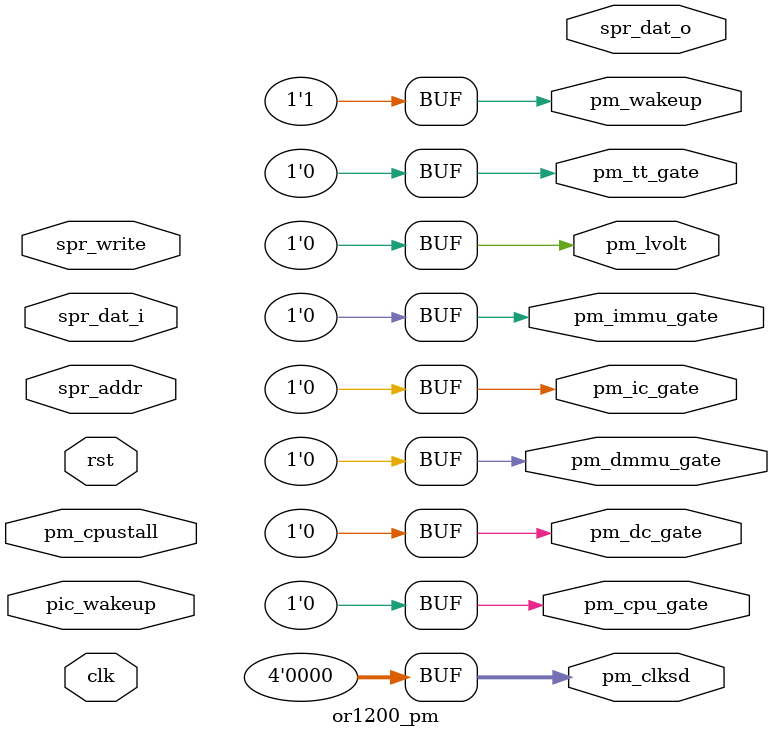
<source format=v>

`include "timescale.v"
// synopsys translate_on
`include "or1200_defines.v"

module or1200_pm(
	// RISC Internal Interface
	clk, rst, pic_wakeup, spr_write, spr_addr, spr_dat_i, spr_dat_o,
	
	// Power Management Interface
	pm_clksd, pm_cpustall, pm_dc_gate, pm_ic_gate, pm_dmmu_gate,
	pm_immu_gate, pm_tt_gate, pm_cpu_gate, pm_wakeup, pm_lvolt
);

//
// RISC Internal Interface
//
input		clk;		// Clock
input		rst;		// Reset
input		pic_wakeup;	// Wakeup from the PIC
input		spr_write;	// SPR Read/Write
input	[31:0]	spr_addr;	// SPR Address
input	[31:0]	spr_dat_i;	// SPR Write Data
output	[31:0]	spr_dat_o;	// SPR Read Data

//
// Power Management Interface
//
input		pm_cpustall;	// Stall the CPU
output	[3:0]	pm_clksd;	// Clock Slowdown factor
output		pm_dc_gate;	// Gate DCache clock
output		pm_ic_gate;	// Gate ICache clock
output		pm_dmmu_gate;	// Gate DMMU clock
output		pm_immu_gate;	// Gate IMMU clock
output		pm_tt_gate;	// Gate Tick Timer clock
output		pm_cpu_gate;	// Gate main RISC/CPU clock
output		pm_wakeup;	// Activate (de-gate) all clocks
output		pm_lvolt;	// Lower operating voltage

`ifdef OR1200_PM_IMPLEMENTED

//
// Power Management Register bits
//
reg	[3:0]	sdf;	// Slow-down factor
reg		dme;	// Doze Mode Enable
reg		sme;	// Sleep Mode Enable
reg		dcge;	// Dynamic Clock Gating Enable

//
// Internal wires
//
wire		pmr_sel; // PMR select

//
// PMR address decoder (partial decoder)
//
`ifdef OR1200_PM_PARTIAL_DECODING
assign pmr_sel = (spr_addr[`OR1200_SPR_GROUP_BITS] == `OR1200_SPRGRP_PM) ? 1'b1 : 1'b0;
`else
assign pmr_sel = ((spr_addr[`OR1200_SPR_GROUP_BITS] == `OR1200_SPRGRP_PM) &&
		  (spr_addr[`OR1200_SPR_OFS_BITS] == `OR1200_PM_OFS_PMR)) ? 1'b1 : 1'b0;
`endif

//
// Write to PMR and also PMR[DME]/PMR[SME] reset when
// pic_wakeup is asserted
//
always @(posedge clk or posedge rst)
	if (rst)
		{dcge, sme, dme, sdf} <= 7'b0;
	else if (pmr_sel && spr_write) begin
		sdf <= #1 spr_dat_i[`OR1200_PM_PMR_SDF];
		dme <= #1 spr_dat_i[`OR1200_PM_PMR_DME];
		sme <= #1 spr_dat_i[`OR1200_PM_PMR_SME];
		dcge <= #1 spr_dat_i[`OR1200_PM_PMR_DCGE];
	end
	else if (pic_wakeup) begin
		dme <= #1 1'b0;
		sme <= #1 1'b0;
	end

//
// Read PMR
//
`ifdef OR1200_PM_READREGS
assign spr_dat_o[`OR1200_PM_PMR_SDF] = sdf;
assign spr_dat_o[`OR1200_PM_PMR_DME] = dme;
assign spr_dat_o[`OR1200_PM_PMR_SME] = sme;
assign spr_dat_o[`OR1200_PM_PMR_DCGE] = dcge;
`ifdef OR1200_PM_UNUSED_ZERO
assign spr_dat_o[`OR1200_PM_PMR_UNUSED] = 25'b0;
`endif
`endif

//
// Generate pm_clksd
//
assign pm_clksd = sdf;

//
// Statically generate all clock gate outputs
// TODO: add dynamic clock gating feature
//
assign pm_cpu_gate = (dme | sme) & ~pic_wakeup;
assign pm_dc_gate = pm_cpu_gate;
assign pm_ic_gate = pm_cpu_gate;
assign pm_dmmu_gate = pm_cpu_gate;
assign pm_immu_gate = pm_cpu_gate;
assign pm_tt_gate = sme & ~pic_wakeup;

//
// Assert pm_wakeup when pic_wakeup is asserted
//
assign pm_wakeup = pic_wakeup;

//
// Assert pm_lvolt when pm_cpu_gate or pm_cpustall are asserted
//
assign pm_lvolt = pm_cpu_gate | pm_cpustall;

`else

//
// When PM is not implemented, drive all outputs as would when PM is disabled
//
assign pm_clksd = 4'b0;
assign pm_cpu_gate = 1'b0;
assign pm_dc_gate = 1'b0;
assign pm_ic_gate = 1'b0;
assign pm_dmmu_gate = 1'b0;
assign pm_immu_gate = 1'b0;
assign pm_tt_gate = 1'b0;
assign pm_wakeup = 1'b1;
assign pm_lvolt = 1'b0;

//
// Read PMR
//
`ifdef OR1200_PM_READREGS
assign spr_dat_o[`OR1200_PM_PMR_SDF] = 4'b0;
assign spr_dat_o[`OR1200_PM_PMR_DME] = 1'b0;
assign spr_dat_o[`OR1200_PM_PMR_SME] = 1'b0;
assign spr_dat_o[`OR1200_PM_PMR_DCGE] = 1'b0;
`ifdef OR1200_PM_UNUSED_ZERO
assign spr_dat_o[`OR1200_PM_PMR_UNUSED] = 25'b0;
`endif
`endif

`endif

endmodule

</source>
